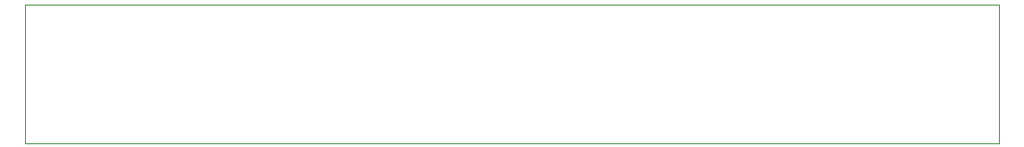
<source format=gbr>
%TF.GenerationSoftware,KiCad,Pcbnew,(5.1.8)-1*%
%TF.CreationDate,2021-01-17T15:05:37-05:00*%
%TF.ProjectId,electronics-li-ion-charger,656c6563-7472-46f6-9e69-63732d6c692d,rev?*%
%TF.SameCoordinates,Original*%
%TF.FileFunction,Profile,NP*%
%FSLAX46Y46*%
G04 Gerber Fmt 4.6, Leading zero omitted, Abs format (unit mm)*
G04 Created by KiCad (PCBNEW (5.1.8)-1) date 2021-01-17 15:05:37*
%MOMM*%
%LPD*%
G01*
G04 APERTURE LIST*
%TA.AperFunction,Profile*%
%ADD10C,0.100000*%
%TD*%
G04 APERTURE END LIST*
D10*
X215900000Y-95250000D02*
X215900000Y-107950000D01*
X127000000Y-95250000D02*
X215900000Y-95250000D01*
X127000000Y-107950000D02*
X127000000Y-95250000D01*
X215900000Y-107950000D02*
X127000000Y-107950000D01*
M02*

</source>
